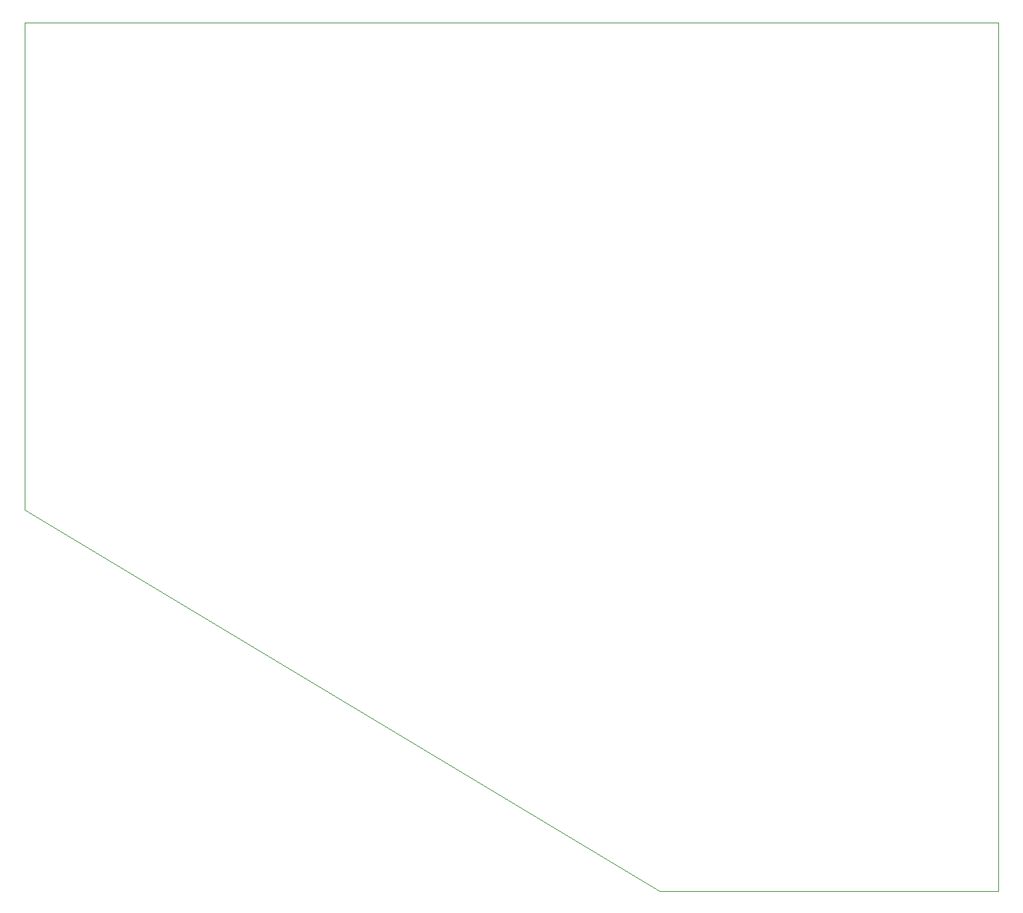
<source format=gm1>
%TF.GenerationSoftware,KiCad,Pcbnew,(6.0.1)*%
%TF.CreationDate,2022-01-26T18:52:49+01:00*%
%TF.ProjectId,carte_kicad_F46NG,63617274-655f-46b6-9963-61645f463436,rev?*%
%TF.SameCoordinates,Original*%
%TF.FileFunction,Profile,NP*%
%FSLAX46Y46*%
G04 Gerber Fmt 4.6, Leading zero omitted, Abs format (unit mm)*
G04 Created by KiCad (PCBNEW (6.0.1)) date 2022-01-26 18:52:49*
%MOMM*%
%LPD*%
G01*
G04 APERTURE LIST*
%TA.AperFunction,Profile*%
%ADD10C,0.100000*%
%TD*%
G04 APERTURE END LIST*
D10*
X226060000Y-154940000D02*
X185420000Y-154940000D01*
X185420000Y-154940000D02*
X109220000Y-109220000D01*
X109220000Y-109220000D02*
X109220000Y-50800000D01*
X109220000Y-50800000D02*
X226060000Y-50800000D01*
X226060000Y-50800000D02*
X226060000Y-154940000D01*
M02*

</source>
